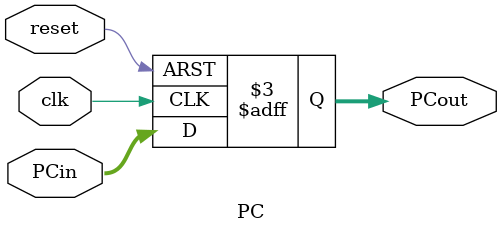
<source format=v>
module PC(
input clk,
input [31:0]PCin,
input reset,
output reg [31:0]PCout);

always@(posedge clk or negedge reset)
    begin    
    if(reset == 0)begin
        PCout <= 0; end
    else begin
        PCout <= PCin;end
        
    end

endmodule
</source>
